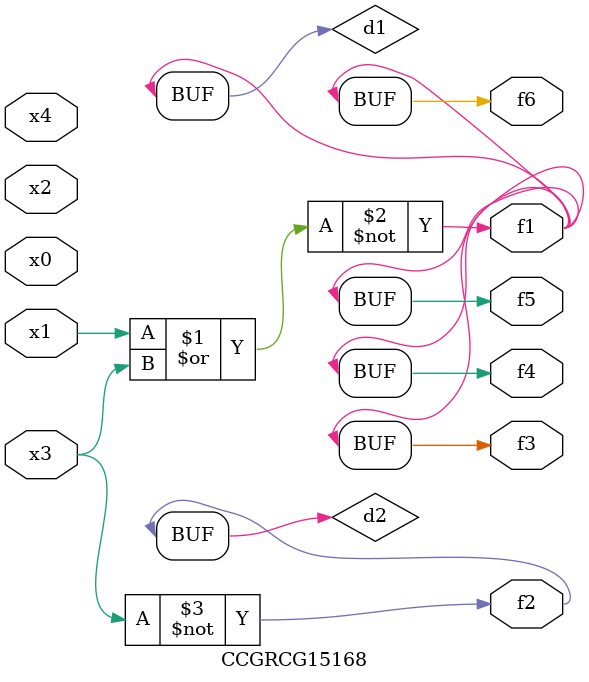
<source format=v>
module CCGRCG15168(
	input x0, x1, x2, x3, x4,
	output f1, f2, f3, f4, f5, f6
);

	wire d1, d2;

	nor (d1, x1, x3);
	not (d2, x3);
	assign f1 = d1;
	assign f2 = d2;
	assign f3 = d1;
	assign f4 = d1;
	assign f5 = d1;
	assign f6 = d1;
endmodule

</source>
